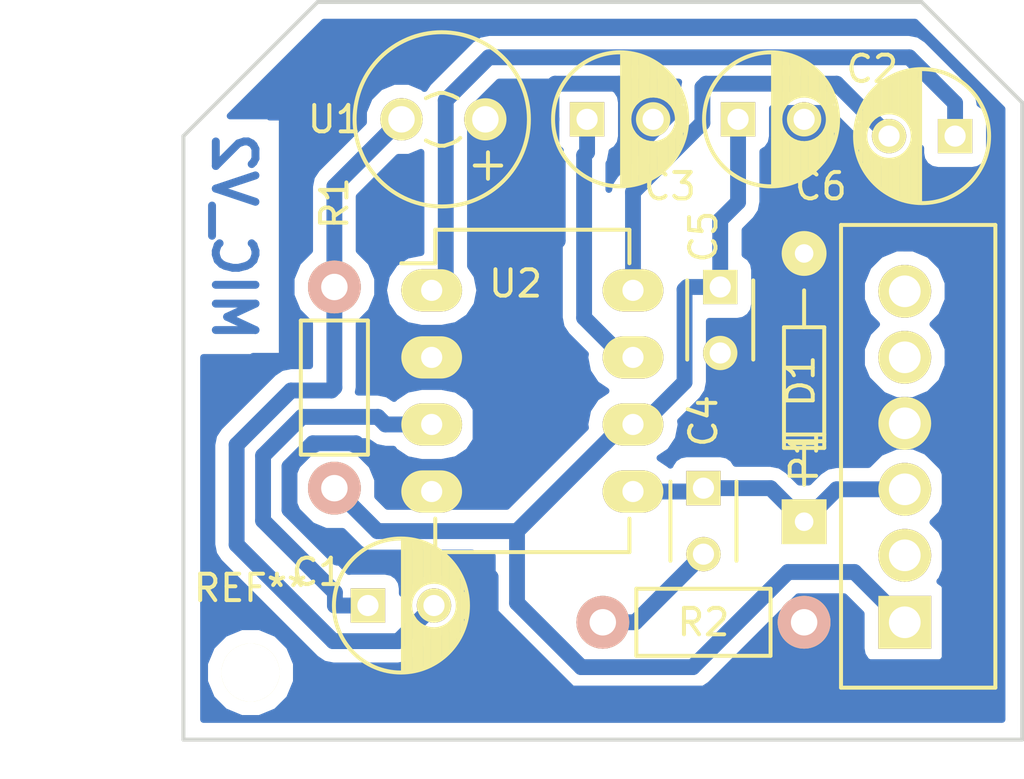
<source format=kicad_pcb>
(kicad_pcb (version 4) (host pcbnew 4.0.4+dfsg1-stable)

  (general
    (links 22)
    (no_connects 0)
    (area 121.687857 39.929999 160.730001 69.88)
    (thickness 1.6)
    (drawings 7)
    (tracks 103)
    (zones 0)
    (modules 13)
    (nets 13)
  )

  (page A4)
  (layers
    (0 F.Cu signal)
    (31 B.Cu signal)
    (32 B.Adhes user)
    (33 F.Adhes user)
    (34 B.Paste user)
    (35 F.Paste user)
    (36 B.SilkS user)
    (37 F.SilkS user)
    (38 B.Mask user)
    (39 F.Mask user)
    (40 Dwgs.User user)
    (41 Cmts.User user)
    (42 Eco1.User user)
    (43 Eco2.User user)
    (44 Edge.Cuts user)
    (45 Margin user)
    (46 B.CrtYd user)
    (47 F.CrtYd user)
    (48 B.Fab user)
    (49 F.Fab user)
  )

  (setup
    (last_trace_width 0.6)
    (trace_clearance 0.4)
    (zone_clearance 0.508)
    (zone_45_only yes)
    (trace_min 0.2)
    (segment_width 0.2)
    (edge_width 0.15)
    (via_size 0.6)
    (via_drill 0.4)
    (via_min_size 0.4)
    (via_min_drill 0.3)
    (uvia_size 0.3)
    (uvia_drill 0.1)
    (uvias_allowed no)
    (uvia_min_size 0.2)
    (uvia_min_drill 0.1)
    (pcb_text_width 0.3)
    (pcb_text_size 1.5 1.5)
    (mod_edge_width 0.15)
    (mod_text_size 1 1)
    (mod_text_width 0.15)
    (pad_size 1.524 1.524)
    (pad_drill 0.762)
    (pad_to_mask_clearance 0.2)
    (aux_axis_origin 0 0)
    (visible_elements FFFFFF7F)
    (pcbplotparams
      (layerselection 0x00030_80000001)
      (usegerberextensions false)
      (excludeedgelayer true)
      (linewidth 1.000000)
      (plotframeref false)
      (viasonmask false)
      (mode 1)
      (useauxorigin false)
      (hpglpennumber 1)
      (hpglpenspeed 20)
      (hpglpendiameter 15)
      (hpglpenoverlay 2)
      (psnegative false)
      (psa4output false)
      (plotreference true)
      (plotvalue true)
      (plotinvisibletext false)
      (padsonsilk false)
      (subtractmaskfromsilk false)
      (outputformat 1)
      (mirror false)
      (drillshape 1)
      (scaleselection 1)
      (outputdirectory ../print/))
  )

  (net 0 "")
  (net 1 "Net-(C1-Pad1)")
  (net 2 "Net-(C1-Pad2)")
  (net 3 "Net-(C2-Pad1)")
  (net 4 "Net-(C2-Pad2)")
  (net 5 "Net-(C3-Pad1)")
  (net 6 GND)
  (net 7 /ANALOG_IN)
  (net 8 "Net-(C4-Pad2)")
  (net 9 +5V)
  (net 10 "Net-(P1-Pad2)")
  (net 11 "Net-(P1-Pad5)")
  (net 12 "Net-(P1-Pad6)")

  (net_class Default "This is the default net class."
    (clearance 0.4)
    (trace_width 0.6)
    (via_dia 0.6)
    (via_drill 0.4)
    (uvia_dia 0.3)
    (uvia_drill 0.1)
    (add_net +5V)
    (add_net /ANALOG_IN)
    (add_net GND)
    (add_net "Net-(C1-Pad1)")
    (add_net "Net-(C1-Pad2)")
    (add_net "Net-(C2-Pad1)")
    (add_net "Net-(C2-Pad2)")
    (add_net "Net-(C3-Pad1)")
    (add_net "Net-(C4-Pad2)")
    (add_net "Net-(P1-Pad2)")
    (add_net "Net-(P1-Pad5)")
    (add_net "Net-(P1-Pad6)")
  )

  (module Capacitors_ThroughHole:C_Radial_D5_L6_P2.5 (layer F.Cu) (tedit 0) (tstamp 57E90F3C)
    (at 135.89 62.865)
    (descr "Radial Electrolytic Capacitor Diameter 5mm x Length 6mm, Pitch 2.5mm")
    (tags "Electrolytic Capacitor")
    (path /57E908C6)
    (fp_text reference C1 (at -1.905 -1.27) (layer F.SilkS)
      (effects (font (size 1 1) (thickness 0.15)))
    )
    (fp_text value 10u (at 1.27 -1.27) (layer F.Fab)
      (effects (font (size 1 1) (thickness 0.15)))
    )
    (fp_line (start 1.325 -2.499) (end 1.325 2.499) (layer F.SilkS) (width 0.15))
    (fp_line (start 1.465 -2.491) (end 1.465 2.491) (layer F.SilkS) (width 0.15))
    (fp_line (start 1.605 -2.475) (end 1.605 -0.095) (layer F.SilkS) (width 0.15))
    (fp_line (start 1.605 0.095) (end 1.605 2.475) (layer F.SilkS) (width 0.15))
    (fp_line (start 1.745 -2.451) (end 1.745 -0.49) (layer F.SilkS) (width 0.15))
    (fp_line (start 1.745 0.49) (end 1.745 2.451) (layer F.SilkS) (width 0.15))
    (fp_line (start 1.885 -2.418) (end 1.885 -0.657) (layer F.SilkS) (width 0.15))
    (fp_line (start 1.885 0.657) (end 1.885 2.418) (layer F.SilkS) (width 0.15))
    (fp_line (start 2.025 -2.377) (end 2.025 -0.764) (layer F.SilkS) (width 0.15))
    (fp_line (start 2.025 0.764) (end 2.025 2.377) (layer F.SilkS) (width 0.15))
    (fp_line (start 2.165 -2.327) (end 2.165 -0.835) (layer F.SilkS) (width 0.15))
    (fp_line (start 2.165 0.835) (end 2.165 2.327) (layer F.SilkS) (width 0.15))
    (fp_line (start 2.305 -2.266) (end 2.305 -0.879) (layer F.SilkS) (width 0.15))
    (fp_line (start 2.305 0.879) (end 2.305 2.266) (layer F.SilkS) (width 0.15))
    (fp_line (start 2.445 -2.196) (end 2.445 -0.898) (layer F.SilkS) (width 0.15))
    (fp_line (start 2.445 0.898) (end 2.445 2.196) (layer F.SilkS) (width 0.15))
    (fp_line (start 2.585 -2.114) (end 2.585 -0.896) (layer F.SilkS) (width 0.15))
    (fp_line (start 2.585 0.896) (end 2.585 2.114) (layer F.SilkS) (width 0.15))
    (fp_line (start 2.725 -2.019) (end 2.725 -0.871) (layer F.SilkS) (width 0.15))
    (fp_line (start 2.725 0.871) (end 2.725 2.019) (layer F.SilkS) (width 0.15))
    (fp_line (start 2.865 -1.908) (end 2.865 -0.823) (layer F.SilkS) (width 0.15))
    (fp_line (start 2.865 0.823) (end 2.865 1.908) (layer F.SilkS) (width 0.15))
    (fp_line (start 3.005 -1.78) (end 3.005 -0.745) (layer F.SilkS) (width 0.15))
    (fp_line (start 3.005 0.745) (end 3.005 1.78) (layer F.SilkS) (width 0.15))
    (fp_line (start 3.145 -1.631) (end 3.145 -0.628) (layer F.SilkS) (width 0.15))
    (fp_line (start 3.145 0.628) (end 3.145 1.631) (layer F.SilkS) (width 0.15))
    (fp_line (start 3.285 -1.452) (end 3.285 -0.44) (layer F.SilkS) (width 0.15))
    (fp_line (start 3.285 0.44) (end 3.285 1.452) (layer F.SilkS) (width 0.15))
    (fp_line (start 3.425 -1.233) (end 3.425 1.233) (layer F.SilkS) (width 0.15))
    (fp_line (start 3.565 -0.944) (end 3.565 0.944) (layer F.SilkS) (width 0.15))
    (fp_line (start 3.705 -0.472) (end 3.705 0.472) (layer F.SilkS) (width 0.15))
    (fp_circle (center 2.5 0) (end 2.5 -0.9) (layer F.SilkS) (width 0.15))
    (fp_circle (center 1.25 0) (end 1.25 -2.5375) (layer F.SilkS) (width 0.15))
    (fp_circle (center 1.25 0) (end 1.25 -2.8) (layer F.CrtYd) (width 0.05))
    (pad 1 thru_hole rect (at 0 0) (size 1.3 1.3) (drill 0.8) (layers *.Cu *.Mask F.SilkS)
      (net 1 "Net-(C1-Pad1)"))
    (pad 2 thru_hole circle (at 2.5 0) (size 1.3 1.3) (drill 0.8) (layers *.Cu *.Mask F.SilkS)
      (net 2 "Net-(C1-Pad2)"))
    (model Capacitors_ThroughHole.3dshapes/C_Radial_D5_L6_P2.5.wrl
      (at (xyz 0.0492126 0 0))
      (scale (xyz 1 1 1))
      (rotate (xyz 0 0 90))
    )
  )

  (module Capacitors_ThroughHole:C_Radial_D5_L6_P2.5 (layer F.Cu) (tedit 0) (tstamp 57E90F64)
    (at 158.115 45.085 180)
    (descr "Radial Electrolytic Capacitor Diameter 5mm x Length 6mm, Pitch 2.5mm")
    (tags "Electrolytic Capacitor")
    (path /57E908CC)
    (fp_text reference C2 (at 3.135 2.54 180) (layer F.SilkS)
      (effects (font (size 1 1) (thickness 0.15)))
    )
    (fp_text value 10u (at 1.865 1.27 180) (layer F.Fab)
      (effects (font (size 1 1) (thickness 0.15)))
    )
    (fp_line (start 1.325 -2.499) (end 1.325 2.499) (layer F.SilkS) (width 0.15))
    (fp_line (start 1.465 -2.491) (end 1.465 2.491) (layer F.SilkS) (width 0.15))
    (fp_line (start 1.605 -2.475) (end 1.605 -0.095) (layer F.SilkS) (width 0.15))
    (fp_line (start 1.605 0.095) (end 1.605 2.475) (layer F.SilkS) (width 0.15))
    (fp_line (start 1.745 -2.451) (end 1.745 -0.49) (layer F.SilkS) (width 0.15))
    (fp_line (start 1.745 0.49) (end 1.745 2.451) (layer F.SilkS) (width 0.15))
    (fp_line (start 1.885 -2.418) (end 1.885 -0.657) (layer F.SilkS) (width 0.15))
    (fp_line (start 1.885 0.657) (end 1.885 2.418) (layer F.SilkS) (width 0.15))
    (fp_line (start 2.025 -2.377) (end 2.025 -0.764) (layer F.SilkS) (width 0.15))
    (fp_line (start 2.025 0.764) (end 2.025 2.377) (layer F.SilkS) (width 0.15))
    (fp_line (start 2.165 -2.327) (end 2.165 -0.835) (layer F.SilkS) (width 0.15))
    (fp_line (start 2.165 0.835) (end 2.165 2.327) (layer F.SilkS) (width 0.15))
    (fp_line (start 2.305 -2.266) (end 2.305 -0.879) (layer F.SilkS) (width 0.15))
    (fp_line (start 2.305 0.879) (end 2.305 2.266) (layer F.SilkS) (width 0.15))
    (fp_line (start 2.445 -2.196) (end 2.445 -0.898) (layer F.SilkS) (width 0.15))
    (fp_line (start 2.445 0.898) (end 2.445 2.196) (layer F.SilkS) (width 0.15))
    (fp_line (start 2.585 -2.114) (end 2.585 -0.896) (layer F.SilkS) (width 0.15))
    (fp_line (start 2.585 0.896) (end 2.585 2.114) (layer F.SilkS) (width 0.15))
    (fp_line (start 2.725 -2.019) (end 2.725 -0.871) (layer F.SilkS) (width 0.15))
    (fp_line (start 2.725 0.871) (end 2.725 2.019) (layer F.SilkS) (width 0.15))
    (fp_line (start 2.865 -1.908) (end 2.865 -0.823) (layer F.SilkS) (width 0.15))
    (fp_line (start 2.865 0.823) (end 2.865 1.908) (layer F.SilkS) (width 0.15))
    (fp_line (start 3.005 -1.78) (end 3.005 -0.745) (layer F.SilkS) (width 0.15))
    (fp_line (start 3.005 0.745) (end 3.005 1.78) (layer F.SilkS) (width 0.15))
    (fp_line (start 3.145 -1.631) (end 3.145 -0.628) (layer F.SilkS) (width 0.15))
    (fp_line (start 3.145 0.628) (end 3.145 1.631) (layer F.SilkS) (width 0.15))
    (fp_line (start 3.285 -1.452) (end 3.285 -0.44) (layer F.SilkS) (width 0.15))
    (fp_line (start 3.285 0.44) (end 3.285 1.452) (layer F.SilkS) (width 0.15))
    (fp_line (start 3.425 -1.233) (end 3.425 1.233) (layer F.SilkS) (width 0.15))
    (fp_line (start 3.565 -0.944) (end 3.565 0.944) (layer F.SilkS) (width 0.15))
    (fp_line (start 3.705 -0.472) (end 3.705 0.472) (layer F.SilkS) (width 0.15))
    (fp_circle (center 2.5 0) (end 2.5 -0.9) (layer F.SilkS) (width 0.15))
    (fp_circle (center 1.25 0) (end 1.25 -2.5375) (layer F.SilkS) (width 0.15))
    (fp_circle (center 1.25 0) (end 1.25 -2.8) (layer F.CrtYd) (width 0.05))
    (pad 1 thru_hole rect (at 0 0 180) (size 1.3 1.3) (drill 0.8) (layers *.Cu *.Mask F.SilkS)
      (net 3 "Net-(C2-Pad1)"))
    (pad 2 thru_hole circle (at 2.5 0 180) (size 1.3 1.3) (drill 0.8) (layers *.Cu *.Mask F.SilkS)
      (net 4 "Net-(C2-Pad2)"))
    (model Capacitors_ThroughHole.3dshapes/C_Radial_D5_L6_P2.5.wrl
      (at (xyz 0.0492126 0 0))
      (scale (xyz 1 1 1))
      (rotate (xyz 0 0 90))
    )
  )

  (module Capacitors_ThroughHole:C_Radial_D5_L6_P2.5 (layer F.Cu) (tedit 0) (tstamp 57E90F8C)
    (at 144.185 44.45)
    (descr "Radial Electrolytic Capacitor Diameter 5mm x Length 6mm, Pitch 2.5mm")
    (tags "Electrolytic Capacitor")
    (path /57E908CB)
    (fp_text reference C3 (at 3.135 2.54) (layer F.SilkS)
      (effects (font (size 1 1) (thickness 0.15)))
    )
    (fp_text value 10u (at 1.23 1.27) (layer F.Fab)
      (effects (font (size 1 1) (thickness 0.15)))
    )
    (fp_line (start 1.325 -2.499) (end 1.325 2.499) (layer F.SilkS) (width 0.15))
    (fp_line (start 1.465 -2.491) (end 1.465 2.491) (layer F.SilkS) (width 0.15))
    (fp_line (start 1.605 -2.475) (end 1.605 -0.095) (layer F.SilkS) (width 0.15))
    (fp_line (start 1.605 0.095) (end 1.605 2.475) (layer F.SilkS) (width 0.15))
    (fp_line (start 1.745 -2.451) (end 1.745 -0.49) (layer F.SilkS) (width 0.15))
    (fp_line (start 1.745 0.49) (end 1.745 2.451) (layer F.SilkS) (width 0.15))
    (fp_line (start 1.885 -2.418) (end 1.885 -0.657) (layer F.SilkS) (width 0.15))
    (fp_line (start 1.885 0.657) (end 1.885 2.418) (layer F.SilkS) (width 0.15))
    (fp_line (start 2.025 -2.377) (end 2.025 -0.764) (layer F.SilkS) (width 0.15))
    (fp_line (start 2.025 0.764) (end 2.025 2.377) (layer F.SilkS) (width 0.15))
    (fp_line (start 2.165 -2.327) (end 2.165 -0.835) (layer F.SilkS) (width 0.15))
    (fp_line (start 2.165 0.835) (end 2.165 2.327) (layer F.SilkS) (width 0.15))
    (fp_line (start 2.305 -2.266) (end 2.305 -0.879) (layer F.SilkS) (width 0.15))
    (fp_line (start 2.305 0.879) (end 2.305 2.266) (layer F.SilkS) (width 0.15))
    (fp_line (start 2.445 -2.196) (end 2.445 -0.898) (layer F.SilkS) (width 0.15))
    (fp_line (start 2.445 0.898) (end 2.445 2.196) (layer F.SilkS) (width 0.15))
    (fp_line (start 2.585 -2.114) (end 2.585 -0.896) (layer F.SilkS) (width 0.15))
    (fp_line (start 2.585 0.896) (end 2.585 2.114) (layer F.SilkS) (width 0.15))
    (fp_line (start 2.725 -2.019) (end 2.725 -0.871) (layer F.SilkS) (width 0.15))
    (fp_line (start 2.725 0.871) (end 2.725 2.019) (layer F.SilkS) (width 0.15))
    (fp_line (start 2.865 -1.908) (end 2.865 -0.823) (layer F.SilkS) (width 0.15))
    (fp_line (start 2.865 0.823) (end 2.865 1.908) (layer F.SilkS) (width 0.15))
    (fp_line (start 3.005 -1.78) (end 3.005 -0.745) (layer F.SilkS) (width 0.15))
    (fp_line (start 3.005 0.745) (end 3.005 1.78) (layer F.SilkS) (width 0.15))
    (fp_line (start 3.145 -1.631) (end 3.145 -0.628) (layer F.SilkS) (width 0.15))
    (fp_line (start 3.145 0.628) (end 3.145 1.631) (layer F.SilkS) (width 0.15))
    (fp_line (start 3.285 -1.452) (end 3.285 -0.44) (layer F.SilkS) (width 0.15))
    (fp_line (start 3.285 0.44) (end 3.285 1.452) (layer F.SilkS) (width 0.15))
    (fp_line (start 3.425 -1.233) (end 3.425 1.233) (layer F.SilkS) (width 0.15))
    (fp_line (start 3.565 -0.944) (end 3.565 0.944) (layer F.SilkS) (width 0.15))
    (fp_line (start 3.705 -0.472) (end 3.705 0.472) (layer F.SilkS) (width 0.15))
    (fp_circle (center 2.5 0) (end 2.5 -0.9) (layer F.SilkS) (width 0.15))
    (fp_circle (center 1.25 0) (end 1.25 -2.5375) (layer F.SilkS) (width 0.15))
    (fp_circle (center 1.25 0) (end 1.25 -2.8) (layer F.CrtYd) (width 0.05))
    (pad 1 thru_hole rect (at 0 0) (size 1.3 1.3) (drill 0.8) (layers *.Cu *.Mask F.SilkS)
      (net 5 "Net-(C3-Pad1)"))
    (pad 2 thru_hole circle (at 2.5 0) (size 1.3 1.3) (drill 0.8) (layers *.Cu *.Mask F.SilkS)
      (net 6 GND))
    (model Capacitors_ThroughHole.3dshapes/C_Radial_D5_L6_P2.5.wrl
      (at (xyz 0.0492126 0 0))
      (scale (xyz 1 1 1))
      (rotate (xyz 0 0 90))
    )
  )

  (module Capacitors_ThroughHole:C_Disc_D3_P2.5 (layer F.Cu) (tedit 0) (tstamp 57E90F98)
    (at 148.59 58.42 270)
    (descr "Capacitor 3mm Disc, Pitch 2.5mm")
    (tags Capacitor)
    (path /57E908CD)
    (fp_text reference C4 (at -2.54 0 270) (layer F.SilkS)
      (effects (font (size 1 1) (thickness 0.15)))
    )
    (fp_text value 47n (at -10.16 -1.27 270) (layer F.Fab)
      (effects (font (size 1 1) (thickness 0.15)))
    )
    (fp_line (start -0.9 -1.5) (end 3.4 -1.5) (layer F.CrtYd) (width 0.05))
    (fp_line (start 3.4 -1.5) (end 3.4 1.5) (layer F.CrtYd) (width 0.05))
    (fp_line (start 3.4 1.5) (end -0.9 1.5) (layer F.CrtYd) (width 0.05))
    (fp_line (start -0.9 1.5) (end -0.9 -1.5) (layer F.CrtYd) (width 0.05))
    (fp_line (start -0.25 -1.25) (end 2.75 -1.25) (layer F.SilkS) (width 0.15))
    (fp_line (start 2.75 1.25) (end -0.25 1.25) (layer F.SilkS) (width 0.15))
    (pad 1 thru_hole rect (at 0 0 270) (size 1.3 1.3) (drill 0.8) (layers *.Cu *.Mask F.SilkS)
      (net 7 /ANALOG_IN))
    (pad 2 thru_hole circle (at 2.5 0 270) (size 1.3 1.3) (drill 0.8001) (layers *.Cu *.Mask F.SilkS)
      (net 8 "Net-(C4-Pad2)"))
    (model Capacitors_ThroughHole.3dshapes/C_Disc_D3_P2.5.wrl
      (at (xyz 0.0492126 0 0))
      (scale (xyz 1 1 1))
      (rotate (xyz 0 0 0))
    )
  )

  (module Capacitors_ThroughHole:C_Disc_D3_P2.5 (layer F.Cu) (tedit 0) (tstamp 57E90FA4)
    (at 149.225 50.8 270)
    (descr "Capacitor 3mm Disc, Pitch 2.5mm")
    (tags Capacitor)
    (path /57E908D2)
    (fp_text reference C5 (at -1.905 0.635 270) (layer F.SilkS)
      (effects (font (size 1 1) (thickness 0.15)))
    )
    (fp_text value 100n (at 5.08 0 270) (layer F.Fab)
      (effects (font (size 1 1) (thickness 0.15)))
    )
    (fp_line (start -0.9 -1.5) (end 3.4 -1.5) (layer F.CrtYd) (width 0.05))
    (fp_line (start 3.4 -1.5) (end 3.4 1.5) (layer F.CrtYd) (width 0.05))
    (fp_line (start 3.4 1.5) (end -0.9 1.5) (layer F.CrtYd) (width 0.05))
    (fp_line (start -0.9 1.5) (end -0.9 -1.5) (layer F.CrtYd) (width 0.05))
    (fp_line (start -0.25 -1.25) (end 2.75 -1.25) (layer F.SilkS) (width 0.15))
    (fp_line (start 2.75 1.25) (end -0.25 1.25) (layer F.SilkS) (width 0.15))
    (pad 1 thru_hole rect (at 0 0 270) (size 1.3 1.3) (drill 0.8) (layers *.Cu *.Mask F.SilkS)
      (net 9 +5V))
    (pad 2 thru_hole circle (at 2.5 0 270) (size 1.3 1.3) (drill 0.8001) (layers *.Cu *.Mask F.SilkS)
      (net 6 GND))
    (model Capacitors_ThroughHole.3dshapes/C_Disc_D3_P2.5.wrl
      (at (xyz 0.0492126 0 0))
      (scale (xyz 1 1 1))
      (rotate (xyz 0 0 0))
    )
  )

  (module Capacitors_ThroughHole:C_Radial_D5_L6_P2.5 (layer F.Cu) (tedit 0) (tstamp 57E90FCC)
    (at 149.9 44.45)
    (descr "Radial Electrolytic Capacitor Diameter 5mm x Length 6mm, Pitch 2.5mm")
    (tags "Electrolytic Capacitor")
    (path /57E908D3)
    (fp_text reference C6 (at 3.135 2.54) (layer F.SilkS)
      (effects (font (size 1 1) (thickness 0.15)))
    )
    (fp_text value 100u (at 1.23 1.27) (layer F.Fab)
      (effects (font (size 1 1) (thickness 0.15)))
    )
    (fp_line (start 1.325 -2.499) (end 1.325 2.499) (layer F.SilkS) (width 0.15))
    (fp_line (start 1.465 -2.491) (end 1.465 2.491) (layer F.SilkS) (width 0.15))
    (fp_line (start 1.605 -2.475) (end 1.605 -0.095) (layer F.SilkS) (width 0.15))
    (fp_line (start 1.605 0.095) (end 1.605 2.475) (layer F.SilkS) (width 0.15))
    (fp_line (start 1.745 -2.451) (end 1.745 -0.49) (layer F.SilkS) (width 0.15))
    (fp_line (start 1.745 0.49) (end 1.745 2.451) (layer F.SilkS) (width 0.15))
    (fp_line (start 1.885 -2.418) (end 1.885 -0.657) (layer F.SilkS) (width 0.15))
    (fp_line (start 1.885 0.657) (end 1.885 2.418) (layer F.SilkS) (width 0.15))
    (fp_line (start 2.025 -2.377) (end 2.025 -0.764) (layer F.SilkS) (width 0.15))
    (fp_line (start 2.025 0.764) (end 2.025 2.377) (layer F.SilkS) (width 0.15))
    (fp_line (start 2.165 -2.327) (end 2.165 -0.835) (layer F.SilkS) (width 0.15))
    (fp_line (start 2.165 0.835) (end 2.165 2.327) (layer F.SilkS) (width 0.15))
    (fp_line (start 2.305 -2.266) (end 2.305 -0.879) (layer F.SilkS) (width 0.15))
    (fp_line (start 2.305 0.879) (end 2.305 2.266) (layer F.SilkS) (width 0.15))
    (fp_line (start 2.445 -2.196) (end 2.445 -0.898) (layer F.SilkS) (width 0.15))
    (fp_line (start 2.445 0.898) (end 2.445 2.196) (layer F.SilkS) (width 0.15))
    (fp_line (start 2.585 -2.114) (end 2.585 -0.896) (layer F.SilkS) (width 0.15))
    (fp_line (start 2.585 0.896) (end 2.585 2.114) (layer F.SilkS) (width 0.15))
    (fp_line (start 2.725 -2.019) (end 2.725 -0.871) (layer F.SilkS) (width 0.15))
    (fp_line (start 2.725 0.871) (end 2.725 2.019) (layer F.SilkS) (width 0.15))
    (fp_line (start 2.865 -1.908) (end 2.865 -0.823) (layer F.SilkS) (width 0.15))
    (fp_line (start 2.865 0.823) (end 2.865 1.908) (layer F.SilkS) (width 0.15))
    (fp_line (start 3.005 -1.78) (end 3.005 -0.745) (layer F.SilkS) (width 0.15))
    (fp_line (start 3.005 0.745) (end 3.005 1.78) (layer F.SilkS) (width 0.15))
    (fp_line (start 3.145 -1.631) (end 3.145 -0.628) (layer F.SilkS) (width 0.15))
    (fp_line (start 3.145 0.628) (end 3.145 1.631) (layer F.SilkS) (width 0.15))
    (fp_line (start 3.285 -1.452) (end 3.285 -0.44) (layer F.SilkS) (width 0.15))
    (fp_line (start 3.285 0.44) (end 3.285 1.452) (layer F.SilkS) (width 0.15))
    (fp_line (start 3.425 -1.233) (end 3.425 1.233) (layer F.SilkS) (width 0.15))
    (fp_line (start 3.565 -0.944) (end 3.565 0.944) (layer F.SilkS) (width 0.15))
    (fp_line (start 3.705 -0.472) (end 3.705 0.472) (layer F.SilkS) (width 0.15))
    (fp_circle (center 2.5 0) (end 2.5 -0.9) (layer F.SilkS) (width 0.15))
    (fp_circle (center 1.25 0) (end 1.25 -2.5375) (layer F.SilkS) (width 0.15))
    (fp_circle (center 1.25 0) (end 1.25 -2.8) (layer F.CrtYd) (width 0.05))
    (pad 1 thru_hole rect (at 0 0) (size 1.3 1.3) (drill 0.8) (layers *.Cu *.Mask F.SilkS)
      (net 9 +5V))
    (pad 2 thru_hole circle (at 2.5 0) (size 1.3 1.3) (drill 0.8) (layers *.Cu *.Mask F.SilkS)
      (net 6 GND))
    (model Capacitors_ThroughHole.3dshapes/C_Radial_D5_L6_P2.5.wrl
      (at (xyz 0.0492126 0 0))
      (scale (xyz 1 1 1))
      (rotate (xyz 0 0 90))
    )
  )

  (module Diodes_ThroughHole:Diode_DO-35_SOD27_Horizontal_RM10 (layer F.Cu) (tedit 552FFC30) (tstamp 57E90FDB)
    (at 152.40254 59.69052 90)
    (descr "Diode, DO-35,  SOD27, Horizontal, RM 10mm")
    (tags "Diode, DO-35, SOD27, Horizontal, RM 10mm, 1N4148,")
    (path /57E92207)
    (fp_text reference D1 (at 5.33452 -0.12954 90) (layer F.SilkS)
      (effects (font (size 1 1) (thickness 0.15)))
    )
    (fp_text value "3V3 ZENER" (at 5.08052 -1.27254 90) (layer F.Fab)
      (effects (font (size 1 1) (thickness 0.15)))
    )
    (fp_line (start 7.36652 -0.00254) (end 8.76352 -0.00254) (layer F.SilkS) (width 0.15))
    (fp_line (start 2.92152 -0.00254) (end 1.39752 -0.00254) (layer F.SilkS) (width 0.15))
    (fp_line (start 3.30252 -0.76454) (end 3.30252 0.75946) (layer F.SilkS) (width 0.15))
    (fp_line (start 3.04852 -0.76454) (end 3.04852 0.75946) (layer F.SilkS) (width 0.15))
    (fp_line (start 2.79452 -0.00254) (end 2.79452 0.75946) (layer F.SilkS) (width 0.15))
    (fp_line (start 2.79452 0.75946) (end 7.36652 0.75946) (layer F.SilkS) (width 0.15))
    (fp_line (start 7.36652 0.75946) (end 7.36652 -0.76454) (layer F.SilkS) (width 0.15))
    (fp_line (start 7.36652 -0.76454) (end 2.79452 -0.76454) (layer F.SilkS) (width 0.15))
    (fp_line (start 2.79452 -0.76454) (end 2.79452 -0.00254) (layer F.SilkS) (width 0.15))
    (pad 2 thru_hole circle (at 10.16052 -0.00254 270) (size 1.69926 1.69926) (drill 0.70104) (layers *.Cu *.Mask F.SilkS)
      (net 6 GND))
    (pad 1 thru_hole rect (at 0.00052 -0.00254 270) (size 1.69926 1.69926) (drill 0.70104) (layers *.Cu *.Mask F.SilkS)
      (net 7 /ANALOG_IN))
    (model Diodes_ThroughHole.3dshapes/Diode_DO-35_SOD27_Horizontal_RM10.wrl
      (at (xyz 0.2 0 0))
      (scale (xyz 0.4 0.4 0.4))
      (rotate (xyz 0 0 180))
    )
  )

  (module Connect:Wafer_Vertical17.5x5.8x7RM2.5-6 (layer F.Cu) (tedit 556C2AA9) (tstamp 57E90FED)
    (at 156.21 63.5 90)
    (descr "Gold-Tek vertical wafer connector with 2.5mm pitch")
    (tags "wafer connector vertical")
    (path /57E422A1)
    (fp_text reference P1 (at 6.2865 -3.81 90) (layer F.SilkS)
      (effects (font (size 1 1) (thickness 0.15)))
    )
    (fp_text value CONN_01X06 (at 6.2665 2.286 90) (layer F.Fab)
      (effects (font (size 1 1) (thickness 0.15)))
    )
    (fp_line (start -2.75 -2.75) (end 15.2 -2.75) (layer F.CrtYd) (width 0.05))
    (fp_line (start 15.2 -2.75) (end 15.2 3.8) (layer F.CrtYd) (width 0.05))
    (fp_line (start 15.2 3.8) (end -2.75 3.8) (layer F.CrtYd) (width 0.05))
    (fp_line (start -2.75 3.8) (end -2.75 -2.75) (layer F.CrtYd) (width 0.05))
    (fp_line (start 15.0495 3.429) (end -2.4765 3.429) (layer F.SilkS) (width 0.15))
    (fp_line (start -2.4765 -2.413) (end 15.0495 -2.413) (layer F.SilkS) (width 0.15))
    (fp_line (start 15.0495 -2.413) (end 15.0495 3.429) (layer F.SilkS) (width 0.15))
    (fp_line (start -2.4765 -2.413) (end -2.4765 3.429) (layer F.SilkS) (width 0.15))
    (pad 1 thru_hole rect (at 0 0 90) (size 2 2) (drill 1.2) (layers *.Cu *.Mask F.SilkS)
      (net 9 +5V))
    (pad 2 thru_hole circle (at 2.5365 0 90) (size 2 2) (drill 1.2) (layers *.Cu *.Mask F.SilkS)
      (net 10 "Net-(P1-Pad2)"))
    (pad 3 thru_hole circle (at 5.0365 0 90) (size 2 2) (drill 1.2) (layers *.Cu *.Mask F.SilkS)
      (net 7 /ANALOG_IN))
    (pad 4 thru_hole circle (at 7.5365 0 90) (size 2 2) (drill 1.2) (layers *.Cu *.Mask F.SilkS)
      (net 6 GND))
    (pad 5 thru_hole circle (at 10.0365 0 90) (size 2 2) (drill 1.2) (layers *.Cu *.Mask F.SilkS)
      (net 11 "Net-(P1-Pad5)"))
    (pad 6 thru_hole circle (at 12.5365 0 90) (size 2 2) (drill 1.2) (layers *.Cu *.Mask F.SilkS)
      (net 12 "Net-(P1-Pad6)"))
    (model Connect.3dshapes/Wafer_Vertical17.5x5.8x7RM2.5-6.wrl
      (at (xyz 0 0 0))
      (scale (xyz 4 4 4))
      (rotate (xyz 0 0 0))
    )
  )

  (module Resistors_ThroughHole:Resistor_Horizontal_RM7mm (layer F.Cu) (tedit 569FCF07) (tstamp 57E90FFB)
    (at 134.62 58.42 90)
    (descr "Resistor, Axial,  RM 7.62mm, 1/3W,")
    (tags "Resistor Axial RM 7.62mm 1/3W R3")
    (path /57E908C5)
    (fp_text reference R1 (at 10.795 0 90) (layer F.SilkS)
      (effects (font (size 1 1) (thickness 0.15)))
    )
    (fp_text value 10k (at 10.795 -1.27 90) (layer F.Fab)
      (effects (font (size 1 1) (thickness 0.15)))
    )
    (fp_line (start -1.25 -1.5) (end 8.85 -1.5) (layer F.CrtYd) (width 0.05))
    (fp_line (start -1.25 1.5) (end -1.25 -1.5) (layer F.CrtYd) (width 0.05))
    (fp_line (start 8.85 -1.5) (end 8.85 1.5) (layer F.CrtYd) (width 0.05))
    (fp_line (start -1.25 1.5) (end 8.85 1.5) (layer F.CrtYd) (width 0.05))
    (fp_line (start 1.27 -1.27) (end 6.35 -1.27) (layer F.SilkS) (width 0.15))
    (fp_line (start 6.35 -1.27) (end 6.35 1.27) (layer F.SilkS) (width 0.15))
    (fp_line (start 6.35 1.27) (end 1.27 1.27) (layer F.SilkS) (width 0.15))
    (fp_line (start 1.27 1.27) (end 1.27 -1.27) (layer F.SilkS) (width 0.15))
    (pad 1 thru_hole circle (at 0 0 90) (size 1.99898 1.99898) (drill 1.00076) (layers *.Cu *.SilkS *.Mask)
      (net 9 +5V))
    (pad 2 thru_hole circle (at 7.62 0 90) (size 1.99898 1.99898) (drill 1.00076) (layers *.Cu *.SilkS *.Mask)
      (net 2 "Net-(C1-Pad2)"))
  )

  (module Resistors_ThroughHole:Resistor_Horizontal_RM7mm (layer F.Cu) (tedit 569FCF07) (tstamp 57E91009)
    (at 144.78 63.5)
    (descr "Resistor, Axial,  RM 7.62mm, 1/3W,")
    (tags "Resistor Axial RM 7.62mm 1/3W R3")
    (path /57E908CE)
    (fp_text reference R2 (at 3.81 0) (layer F.SilkS)
      (effects (font (size 1 1) (thickness 0.15)))
    )
    (fp_text value 10R (at 3.81 2.54) (layer F.Fab)
      (effects (font (size 1 1) (thickness 0.15)))
    )
    (fp_line (start -1.25 -1.5) (end 8.85 -1.5) (layer F.CrtYd) (width 0.05))
    (fp_line (start -1.25 1.5) (end -1.25 -1.5) (layer F.CrtYd) (width 0.05))
    (fp_line (start 8.85 -1.5) (end 8.85 1.5) (layer F.CrtYd) (width 0.05))
    (fp_line (start -1.25 1.5) (end 8.85 1.5) (layer F.CrtYd) (width 0.05))
    (fp_line (start 1.27 -1.27) (end 6.35 -1.27) (layer F.SilkS) (width 0.15))
    (fp_line (start 6.35 -1.27) (end 6.35 1.27) (layer F.SilkS) (width 0.15))
    (fp_line (start 6.35 1.27) (end 1.27 1.27) (layer F.SilkS) (width 0.15))
    (fp_line (start 1.27 1.27) (end 1.27 -1.27) (layer F.SilkS) (width 0.15))
    (pad 1 thru_hole circle (at 0 0) (size 1.99898 1.99898) (drill 1.00076) (layers *.Cu *.SilkS *.Mask)
      (net 8 "Net-(C4-Pad2)"))
    (pad 2 thru_hole circle (at 7.62 0) (size 1.99898 1.99898) (drill 1.00076) (layers *.Cu *.SilkS *.Mask)
      (net 6 GND))
  )

  (module Buzzers_Beepers:MagneticBuzzer_Kingstate_KCG0601 (layer F.Cu) (tedit 544E362D) (tstamp 57E9101D)
    (at 137.16 44.45)
    (descr "Buzzer, Elektromagnetic Beeper, Summer,")
    (tags "Kingstate, KCG0601,")
    (path /57E908C3)
    (fp_text reference U1 (at -2.54 0) (layer F.SilkS)
      (effects (font (size 1 1) (thickness 0.15)))
    )
    (fp_text value MIC_ELECTRET (at 1.27 -1.905) (layer F.Fab)
      (effects (font (size 1 1) (thickness 0.15)))
    )
    (fp_line (start 2.77368 1.75006) (end 3.77444 1.75006) (layer F.SilkS) (width 0.15))
    (fp_line (start 3.27406 1.24968) (end 3.27406 2.25044) (layer F.SilkS) (width 0.15))
    (fp_line (start 2.22504 0.70104) (end 2.12344 0.8001) (layer F.SilkS) (width 0.15))
    (fp_line (start 2.12344 0.8001) (end 1.92278 0.89916) (layer F.SilkS) (width 0.15))
    (fp_line (start 1.92278 0.89916) (end 1.62306 1.00076) (layer F.SilkS) (width 0.15))
    (fp_line (start 1.62306 1.00076) (end 1.42494 1.00076) (layer F.SilkS) (width 0.15))
    (fp_line (start 1.42494 1.00076) (end 1.12522 0.89916) (layer F.SilkS) (width 0.15))
    (fp_line (start 1.12522 0.89916) (end 0.92456 0.8001) (layer F.SilkS) (width 0.15))
    (fp_line (start 2.12344 -0.8001) (end 1.92278 -0.89916) (layer F.SilkS) (width 0.15))
    (fp_line (start 1.92278 -0.89916) (end 1.62306 -1.00076) (layer F.SilkS) (width 0.15))
    (fp_line (start 1.62306 -1.00076) (end 1.42494 -1.00076) (layer F.SilkS) (width 0.15))
    (fp_line (start 1.42494 -1.00076) (end 1.12522 -0.89916) (layer F.SilkS) (width 0.15))
    (fp_line (start 1.12522 -0.89916) (end 0.92456 -0.8001) (layer F.SilkS) (width 0.15))
    (fp_circle (center 1.524 0) (end 4.82346 0) (layer F.SilkS) (width 0.15))
    (pad 1 thru_hole circle (at 0 0) (size 1.6002 1.6002) (drill 1.00076) (layers *.Cu *.Mask F.SilkS)
      (net 2 "Net-(C1-Pad2)"))
    (pad 2 thru_hole circle (at 3.175 0) (size 1.6002 1.6002) (drill 1.00076) (layers *.Cu *.Mask F.SilkS)
      (net 6 GND))
    (model Buzzers_Beepers.3dshapes/MagneticBuzzer_Kingstate_KCG0601.wrl
      (at (xyz 0 0 0))
      (scale (xyz 1 1 1))
      (rotate (xyz 0 0 0))
    )
  )

  (module Housings_DIP:DIP-8_W7.62mm_LongPads (layer F.Cu) (tedit 54130A77) (tstamp 57E91034)
    (at 138.303 50.927)
    (descr "8-lead dip package, row spacing 7.62 mm (300 mils), longer pads")
    (tags "dil dip 2.54 300")
    (path /57E908C7)
    (fp_text reference U2 (at 3.175 -0.254) (layer F.SilkS)
      (effects (font (size 1 1) (thickness 0.15)))
    )
    (fp_text value LM386 (at 3.81 1.27) (layer F.Fab)
      (effects (font (size 1 1) (thickness 0.15)))
    )
    (fp_line (start -1.4 -2.45) (end -1.4 10.1) (layer F.CrtYd) (width 0.05))
    (fp_line (start 9 -2.45) (end 9 10.1) (layer F.CrtYd) (width 0.05))
    (fp_line (start -1.4 -2.45) (end 9 -2.45) (layer F.CrtYd) (width 0.05))
    (fp_line (start -1.4 10.1) (end 9 10.1) (layer F.CrtYd) (width 0.05))
    (fp_line (start 0.135 -2.295) (end 0.135 -1.025) (layer F.SilkS) (width 0.15))
    (fp_line (start 7.485 -2.295) (end 7.485 -1.025) (layer F.SilkS) (width 0.15))
    (fp_line (start 7.485 9.915) (end 7.485 8.645) (layer F.SilkS) (width 0.15))
    (fp_line (start 0.135 9.915) (end 0.135 8.645) (layer F.SilkS) (width 0.15))
    (fp_line (start 0.135 -2.295) (end 7.485 -2.295) (layer F.SilkS) (width 0.15))
    (fp_line (start 0.135 9.915) (end 7.485 9.915) (layer F.SilkS) (width 0.15))
    (fp_line (start 0.135 -1.025) (end -1.15 -1.025) (layer F.SilkS) (width 0.15))
    (pad 1 thru_hole oval (at 0 0) (size 2.3 1.6) (drill 0.8) (layers *.Cu *.Mask F.SilkS)
      (net 3 "Net-(C2-Pad1)"))
    (pad 2 thru_hole oval (at 0 2.54) (size 2.3 1.6) (drill 0.8) (layers *.Cu *.Mask F.SilkS)
      (net 6 GND))
    (pad 3 thru_hole oval (at 0 5.08) (size 2.3 1.6) (drill 0.8) (layers *.Cu *.Mask F.SilkS)
      (net 1 "Net-(C1-Pad1)"))
    (pad 4 thru_hole oval (at 0 7.62) (size 2.3 1.6) (drill 0.8) (layers *.Cu *.Mask F.SilkS)
      (net 6 GND))
    (pad 5 thru_hole oval (at 7.62 7.62) (size 2.3 1.6) (drill 0.8) (layers *.Cu *.Mask F.SilkS)
      (net 7 /ANALOG_IN))
    (pad 6 thru_hole oval (at 7.62 5.08) (size 2.3 1.6) (drill 0.8) (layers *.Cu *.Mask F.SilkS)
      (net 9 +5V))
    (pad 7 thru_hole oval (at 7.62 2.54) (size 2.3 1.6) (drill 0.8) (layers *.Cu *.Mask F.SilkS)
      (net 5 "Net-(C3-Pad1)"))
    (pad 8 thru_hole oval (at 7.62 0) (size 2.3 1.6) (drill 0.8) (layers *.Cu *.Mask F.SilkS)
      (net 4 "Net-(C2-Pad2)"))
    (model Housings_DIP.3dshapes/DIP-8_W7.62mm_LongPads.wrl
      (at (xyz 0 0 0))
      (scale (xyz 1 1 1))
      (rotate (xyz 0 0 0))
    )
  )

  (module Mounting_Holes:MountingHole_2.2mm_M2 (layer F.Cu) (tedit 56D1B4CB) (tstamp 57EECEBD)
    (at 131.445 65.405)
    (descr "Mounting Hole 2.2mm, no annular, M2")
    (tags "mounting hole 2.2mm no annular m2")
    (fp_text reference REF** (at 0 -3.2) (layer F.SilkS)
      (effects (font (size 1 1) (thickness 0.15)))
    )
    (fp_text value MountingHole_2.2mm_M2 (at 0 3.2) (layer F.Fab)
      (effects (font (size 1 1) (thickness 0.15)))
    )
    (fp_circle (center 0 0) (end 2.2 0) (layer Cmts.User) (width 0.15))
    (fp_circle (center 0 0) (end 2.45 0) (layer F.CrtYd) (width 0.05))
    (pad 1 np_thru_hole circle (at 0 0) (size 2.2 2.2) (drill 2.2) (layers *.Cu *.Mask F.SilkS))
  )

  (gr_line (start 128.905 67.945) (end 128.905 45.085) (layer Edge.Cuts) (width 0.15))
  (gr_line (start 160.655 67.945) (end 128.905 67.945) (layer Edge.Cuts) (width 0.15))
  (gr_line (start 160.655 43.815) (end 160.655 67.945) (layer Edge.Cuts) (width 0.15))
  (gr_line (start 156.845 40.005) (end 160.655 43.815) (layer Edge.Cuts) (width 0.15))
  (gr_line (start 133.985 40.005) (end 156.845 40.005) (layer Edge.Cuts) (width 0.15))
  (gr_line (start 128.905 45.085) (end 133.985 40.005) (layer Edge.Cuts) (width 0.15))
  (gr_text MIC_V2 (at 130.81 48.895 270) (layer B.Cu)
    (effects (font (size 1.5 1.5) (thickness 0.3)) (justify mirror))
  )

  (segment (start 134.64 62.865) (end 134.64 62.369475) (width 0.6) (layer B.Cu) (net 1))
  (segment (start 133.390027 55.720499) (end 136.266499 55.720499) (width 0.6) (layer B.Cu) (net 1))
  (segment (start 134.64 62.369475) (end 131.920499 59.649974) (width 0.6) (layer B.Cu) (net 1))
  (segment (start 131.920499 59.649974) (end 131.920499 57.190027) (width 0.6) (layer B.Cu) (net 1))
  (segment (start 131.920499 57.190027) (end 133.390027 55.720499) (width 0.6) (layer B.Cu) (net 1))
  (segment (start 136.266499 55.720499) (end 136.553 56.007) (width 0.6) (layer B.Cu) (net 1))
  (segment (start 135.89 62.865) (end 134.64 62.865) (width 0.6) (layer B.Cu) (net 1))
  (segment (start 136.553 56.007) (end 138.303 56.007) (width 0.6) (layer B.Cu) (net 1))
  (segment (start 134.62 50.8) (end 134.62 54.61) (width 0.6) (layer B.Cu) (net 2))
  (segment (start 134.62 54.61) (end 134.509511 54.720489) (width 0.6) (layer B.Cu) (net 2))
  (segment (start 134.509511 54.720489) (end 132.97581 54.720489) (width 0.6) (layer B.Cu) (net 2))
  (segment (start 134.575775 64.215001) (end 137.039999 64.215001) (width 0.6) (layer B.Cu) (net 2))
  (segment (start 132.97581 54.720489) (end 130.920489 56.77581) (width 0.6) (layer B.Cu) (net 2))
  (segment (start 130.920489 56.77581) (end 130.920489 60.559715) (width 0.6) (layer B.Cu) (net 2))
  (segment (start 130.920489 60.559715) (end 134.575775 64.215001) (width 0.6) (layer B.Cu) (net 2))
  (segment (start 137.039999 64.215001) (end 138.39 62.865) (width 0.6) (layer B.Cu) (net 2))
  (segment (start 134.62 50.8) (end 134.62 46.99) (width 0.6) (layer B.Cu) (net 2))
  (segment (start 134.62 46.99) (end 137.16 44.45) (width 0.6) (layer B.Cu) (net 2))
  (segment (start 138.303 50.927) (end 138.653 50.927) (width 0.6) (layer B.Cu) (net 3))
  (segment (start 138.653 50.927) (end 138.834899 50.745101) (width 0.6) (layer B.Cu) (net 3))
  (segment (start 140.464861 42.099989) (end 156.379989 42.099989) (width 0.6) (layer B.Cu) (net 3))
  (segment (start 138.834899 50.745101) (end 138.834899 43.729951) (width 0.6) (layer B.Cu) (net 3))
  (segment (start 138.834899 43.729951) (end 140.464861 42.099989) (width 0.6) (layer B.Cu) (net 3))
  (segment (start 156.379989 42.099989) (end 158.115 43.835) (width 0.6) (layer B.Cu) (net 3))
  (segment (start 158.115 43.835) (end 158.115 45.085) (width 0.6) (layer B.Cu) (net 3))
  (segment (start 145.923 50.927) (end 145.923 47.210002) (width 0.6) (layer B.Cu) (net 4))
  (segment (start 145.923 47.210002) (end 148.549999 44.583003) (width 0.6) (layer B.Cu) (net 4))
  (segment (start 148.689999 43.099999) (end 153.629999 43.099999) (width 0.6) (layer B.Cu) (net 4))
  (segment (start 148.549999 44.583003) (end 148.549999 43.239999) (width 0.6) (layer B.Cu) (net 4))
  (segment (start 148.549999 43.239999) (end 148.689999 43.099999) (width 0.6) (layer B.Cu) (net 4))
  (segment (start 153.629999 43.099999) (end 154.965001 44.435001) (width 0.6) (layer B.Cu) (net 4))
  (segment (start 154.965001 44.435001) (end 155.615 45.085) (width 0.6) (layer B.Cu) (net 4))
  (segment (start 144.185 44.45) (end 144.185 45.7) (width 0.6) (layer B.Cu) (net 5))
  (segment (start 144.185 45.7) (end 144.07299 45.81201) (width 0.6) (layer B.Cu) (net 5))
  (segment (start 144.07299 45.81201) (end 144.07299 51.96699) (width 0.6) (layer B.Cu) (net 5))
  (segment (start 144.07299 51.96699) (end 145.573 53.467) (width 0.6) (layer B.Cu) (net 5))
  (segment (start 145.573 53.467) (end 145.923 53.467) (width 0.6) (layer B.Cu) (net 5))
  (segment (start 138.303 58.547) (end 137.262248 58.547) (width 0.6) (layer B.Cu) (net 6))
  (segment (start 137.262248 58.547) (end 135.435757 56.720509) (width 0.6) (layer B.Cu) (net 6))
  (segment (start 135.435757 56.720509) (end 133.804243 56.720509) (width 0.6) (layer B.Cu) (net 6))
  (segment (start 133.804243 56.720509) (end 132.920509 57.604243) (width 0.6) (layer B.Cu) (net 6))
  (segment (start 132.920509 57.604243) (end 132.920509 59.235757) (width 0.6) (layer B.Cu) (net 6))
  (segment (start 132.920509 59.235757) (end 134.731772 61.04702) (width 0.6) (layer B.Cu) (net 6))
  (segment (start 149.700499 66.199501) (end 151.400511 64.499489) (width 0.6) (layer B.Cu) (net 6))
  (segment (start 134.731772 61.04702) (end 139.78702 61.04702) (width 0.6) (layer B.Cu) (net 6))
  (segment (start 139.78702 61.04702) (end 140.53298 61.79298) (width 0.6) (layer B.Cu) (net 6))
  (segment (start 140.53298 61.79298) (end 140.53298 63.182454) (width 0.6) (layer B.Cu) (net 6))
  (segment (start 140.53298 63.182454) (end 143.550026 66.199501) (width 0.6) (layer B.Cu) (net 6))
  (segment (start 143.550026 66.199501) (end 149.700499 66.199501) (width 0.6) (layer B.Cu) (net 6))
  (segment (start 151.400511 64.499489) (end 152.4 63.5) (width 0.6) (layer B.Cu) (net 6))
  (segment (start 152.4 63.5) (end 154.100001 65.200001) (width 0.6) (layer B.Cu) (net 6))
  (segment (start 154.100001 65.200001) (end 157.770001 65.200001) (width 0.6) (layer B.Cu) (net 6))
  (segment (start 157.910001 65.060001) (end 157.910001 57.663501) (width 0.6) (layer B.Cu) (net 6))
  (segment (start 157.770001 65.200001) (end 157.910001 65.060001) (width 0.6) (layer B.Cu) (net 6))
  (segment (start 157.209999 56.963499) (end 156.21 55.9635) (width 0.6) (layer B.Cu) (net 6))
  (segment (start 157.910001 57.663501) (end 157.209999 56.963499) (width 0.6) (layer B.Cu) (net 6))
  (segment (start 138.303 58.547) (end 138.653 58.547) (width 0.6) (layer B.Cu) (net 6))
  (segment (start 138.653 58.547) (end 140.15301 57.04699) (width 0.6) (layer B.Cu) (net 6))
  (segment (start 140.15301 57.04699) (end 140.15301 54.96701) (width 0.6) (layer B.Cu) (net 6))
  (segment (start 140.15301 54.96701) (end 138.653 53.467) (width 0.6) (layer B.Cu) (net 6))
  (segment (start 138.653 53.467) (end 138.303 53.467) (width 0.6) (layer B.Cu) (net 6))
  (segment (start 142.834999 43.239999) (end 142.834999 44.45) (width 0.6) (layer B.Cu) (net 6))
  (segment (start 142.834999 44.45) (end 142.834999 45.660001) (width 0.6) (layer B.Cu) (net 6))
  (segment (start 140.335 44.45) (end 142.834999 44.45) (width 0.6) (layer B.Cu) (net 6))
  (segment (start 143.07298 45.897982) (end 143.07298 49.04702) (width 0.6) (layer B.Cu) (net 6))
  (segment (start 143.07298 49.04702) (end 138.653 53.467) (width 0.6) (layer B.Cu) (net 6))
  (segment (start 146.685 44.45) (end 146.035001 43.800001) (width 0.6) (layer B.Cu) (net 6))
  (segment (start 146.035001 43.800001) (end 146.035001 43.739999) (width 0.6) (layer B.Cu) (net 6))
  (segment (start 146.035001 43.739999) (end 145.395001 43.099999) (width 0.6) (layer B.Cu) (net 6))
  (segment (start 142.974999 43.099999) (end 142.834999 43.239999) (width 0.6) (layer B.Cu) (net 6))
  (segment (start 145.395001 43.099999) (end 142.974999 43.099999) (width 0.6) (layer B.Cu) (net 6))
  (segment (start 142.834999 45.660001) (end 143.07298 45.897982) (width 0.6) (layer B.Cu) (net 6))
  (segment (start 149.225 53.3) (end 151.2535 53.3) (width 0.6) (layer B.Cu) (net 6))
  (segment (start 151.2535 53.3) (end 152.4 52.1535) (width 0.6) (layer B.Cu) (net 6))
  (segment (start 152.4 49.53) (end 152.4 44.45) (width 0.6) (layer B.Cu) (net 6))
  (segment (start 152.4 49.53) (end 152.4 52.1535) (width 0.6) (layer B.Cu) (net 6))
  (segment (start 152.4 52.1535) (end 156.21 55.9635) (width 0.6) (layer B.Cu) (net 6))
  (segment (start 156.21 58.4635) (end 153.6265 58.4635) (width 0.6) (layer B.Cu) (net 7))
  (segment (start 153.6265 58.4635) (end 152.4 59.69) (width 0.6) (layer B.Cu) (net 7))
  (segment (start 148.59 58.42) (end 151.13 58.42) (width 0.6) (layer B.Cu) (net 7))
  (segment (start 151.13 58.42) (end 152.4 59.69) (width 0.6) (layer B.Cu) (net 7))
  (segment (start 145.923 58.547) (end 148.463 58.547) (width 0.6) (layer B.Cu) (net 7))
  (segment (start 148.463 58.547) (end 148.59 58.42) (width 0.6) (layer B.Cu) (net 7))
  (segment (start 144.78 63.5) (end 146.01 63.5) (width 0.6) (layer B.Cu) (net 8))
  (segment (start 146.01 63.5) (end 148.59 60.92) (width 0.6) (layer B.Cu) (net 8))
  (segment (start 143.964243 65.199491) (end 148.185261 65.199491) (width 0.6) (layer B.Cu) (net 9))
  (segment (start 148.185261 65.199491) (end 151.789752 61.595) (width 0.6) (layer B.Cu) (net 9))
  (segment (start 151.789752 61.595) (end 154.305 61.595) (width 0.6) (layer B.Cu) (net 9))
  (segment (start 154.305 61.595) (end 156.21 63.5) (width 0.6) (layer B.Cu) (net 9))
  (segment (start 143.964243 65.199491) (end 141.53299 62.768238) (width 0.6) (layer B.Cu) (net 9))
  (segment (start 141.53299 62.768238) (end 141.53299 60.04701) (width 0.6) (layer B.Cu) (net 9))
  (segment (start 134.62 58.42) (end 136.24701 60.04701) (width 0.6) (layer B.Cu) (net 9))
  (segment (start 136.24701 60.04701) (end 141.53299 60.04701) (width 0.6) (layer B.Cu) (net 9))
  (segment (start 141.53299 60.04701) (end 145.573 56.007) (width 0.6) (layer B.Cu) (net 9))
  (segment (start 145.573 56.007) (end 145.923 56.007) (width 0.6) (layer B.Cu) (net 9))
  (segment (start 149.225 48.26) (end 149.9 47.585) (width 0.6) (layer B.Cu) (net 9))
  (segment (start 149.9 47.585) (end 149.9 44.45) (width 0.6) (layer B.Cu) (net 9))
  (segment (start 149.225 50.8) (end 149.225 48.26) (width 0.6) (layer B.Cu) (net 9))
  (segment (start 149.225 50.8) (end 147.975 50.8) (width 0.6) (layer B.Cu) (net 9))
  (segment (start 147.975 50.8) (end 147.874999 50.900001) (width 0.6) (layer B.Cu) (net 9))
  (segment (start 147.874999 50.900001) (end 147.874999 54.405001) (width 0.6) (layer B.Cu) (net 9))
  (segment (start 147.874999 54.405001) (end 146.273 56.007) (width 0.6) (layer B.Cu) (net 9))
  (segment (start 146.273 56.007) (end 145.923 56.007) (width 0.6) (layer B.Cu) (net 9))

  (zone (net 6) (net_name GND) (layer B.Cu) (tstamp 0) (hatch edge 0.508)
    (connect_pads yes (clearance 0.508))
    (min_thickness 0.254)
    (fill yes (arc_segments 16) (thermal_gap 0.508) (thermal_bridge_width 0.508))
    (polygon
      (pts
        (xy 129.54 67.31) (xy 160.02 67.31) (xy 160.02 43.815) (xy 156.845 40.64) (xy 133.985 40.64)
        (xy 129.54 45.085)
      )
    )
    (filled_polygon
      (pts
        (xy 159.893 44.057092) (xy 159.893 67.183) (xy 129.667 67.183) (xy 129.667 65.748599) (xy 129.709699 65.748599)
        (xy 129.973281 66.386515) (xy 130.460918 66.875004) (xy 131.098373 67.139699) (xy 131.788599 67.140301) (xy 132.426515 66.876719)
        (xy 132.915004 66.389082) (xy 133.179699 65.751627) (xy 133.180301 65.061401) (xy 132.916719 64.423485) (xy 132.429082 63.934996)
        (xy 131.791627 63.670301) (xy 131.101401 63.669699) (xy 130.463485 63.933281) (xy 129.974996 64.420918) (xy 129.710301 65.058373)
        (xy 129.709699 65.748599) (xy 129.667 65.748599) (xy 129.667 56.77581) (xy 129.985489 56.77581) (xy 129.985489 60.559715)
        (xy 130.056662 60.917524) (xy 130.259344 61.22086) (xy 133.91463 64.876146) (xy 134.217966 65.078828) (xy 134.575775 65.150001)
        (xy 137.039999 65.150001) (xy 137.397808 65.078828) (xy 137.701144 64.876146) (xy 138.427257 64.150033) (xy 138.644481 64.150223)
        (xy 139.116943 63.955005) (xy 139.478735 63.593845) (xy 139.674777 63.121724) (xy 139.675223 62.610519) (xy 139.480005 62.138057)
        (xy 139.118845 61.776265) (xy 138.646724 61.580223) (xy 138.135519 61.579777) (xy 137.663057 61.774995) (xy 137.301265 62.136155)
        (xy 137.18744 62.410276) (xy 137.18744 62.215) (xy 137.143162 61.979683) (xy 137.00409 61.763559) (xy 136.79189 61.618569)
        (xy 136.54 61.56756) (xy 135.24 61.56756) (xy 135.172985 61.58017) (xy 132.855499 59.262684) (xy 132.855499 57.577317)
        (xy 133.777317 56.655499) (xy 135.879209 56.655499) (xy 135.891855 56.668145) (xy 136.195191 56.870827) (xy 136.254556 56.882636)
        (xy 136.553 56.942001) (xy 136.553005 56.942) (xy 136.850079 56.942) (xy 136.903332 57.021698) (xy 137.368879 57.332767)
        (xy 137.91803 57.442) (xy 138.68797 57.442) (xy 139.237121 57.332767) (xy 139.702668 57.021698) (xy 140.013737 56.556151)
        (xy 140.12297 56.007) (xy 140.013737 55.457849) (xy 139.702668 54.992302) (xy 139.237121 54.681233) (xy 138.68797 54.572)
        (xy 137.91803 54.572) (xy 137.368879 54.681233) (xy 136.903332 54.992302) (xy 136.879862 55.027427) (xy 136.624308 54.856672)
        (xy 136.266499 54.785499) (xy 135.520091 54.785499) (xy 135.555 54.61) (xy 135.555 52.176135) (xy 136.004846 51.727073)
        (xy 136.254206 51.126547) (xy 136.254774 50.476306) (xy 136.006462 49.875345) (xy 135.555 49.423095) (xy 135.555 47.37729)
        (xy 137.047288 45.885002) (xy 137.444207 45.885348) (xy 137.899899 45.69706) (xy 137.899899 49.495606) (xy 137.368879 49.601233)
        (xy 136.903332 49.912302) (xy 136.592263 50.377849) (xy 136.48303 50.927) (xy 136.592263 51.476151) (xy 136.903332 51.941698)
        (xy 137.368879 52.252767) (xy 137.91803 52.362) (xy 138.68797 52.362) (xy 139.237121 52.252767) (xy 139.702668 51.941698)
        (xy 140.013737 51.476151) (xy 140.12297 50.927) (xy 140.013737 50.377849) (xy 139.769899 50.01292) (xy 139.769899 44.117241)
        (xy 140.852151 43.034989) (xy 147.655778 43.034989) (xy 147.614999 43.239999) (xy 147.614999 44.195713) (xy 145.261855 46.548857)
        (xy 145.059173 46.852193) (xy 145.00799 47.109506) (xy 145.00799 46.118926) (xy 145.048827 46.057809) (xy 145.12 45.7)
        (xy 145.12 45.671192) (xy 145.286441 45.56409) (xy 145.431431 45.35189) (xy 145.48244 45.1) (xy 145.48244 43.8)
        (xy 145.438162 43.564683) (xy 145.29909 43.348559) (xy 145.08689 43.203569) (xy 144.835 43.15256) (xy 143.535 43.15256)
        (xy 143.299683 43.196838) (xy 143.083559 43.33591) (xy 142.938569 43.54811) (xy 142.88756 43.8) (xy 142.88756 45.1)
        (xy 142.931838 45.335317) (xy 143.07091 45.551441) (xy 143.175593 45.622968) (xy 143.13799 45.81201) (xy 143.13799 51.96699)
        (xy 143.209163 52.324799) (xy 143.411845 52.628135) (xy 144.127532 53.343821) (xy 144.10303 53.467) (xy 144.212263 54.016151)
        (xy 144.523332 54.481698) (xy 144.905418 54.737) (xy 144.523332 54.992302) (xy 144.212263 55.457849) (xy 144.10303 56.007)
        (xy 144.127532 56.130178) (xy 141.1457 59.11201) (xy 136.6343 59.11201) (xy 136.254219 58.731929) (xy 136.254774 58.096306)
        (xy 136.006462 57.495345) (xy 135.547073 57.035154) (xy 134.946547 56.785794) (xy 134.296306 56.785226) (xy 133.695345 57.033538)
        (xy 133.235154 57.492927) (xy 132.985794 58.093453) (xy 132.985226 58.743694) (xy 133.233538 59.344655) (xy 133.692927 59.804846)
        (xy 134.293453 60.054206) (xy 134.932474 60.054764) (xy 135.585865 60.708155) (xy 135.889201 60.910837) (xy 135.922819 60.917524)
        (xy 136.24701 60.982011) (xy 136.247015 60.98201) (xy 140.59799 60.98201) (xy 140.59799 62.768238) (xy 140.669163 63.126047)
        (xy 140.871845 63.429383) (xy 143.303098 65.860636) (xy 143.606434 66.063318) (xy 143.964243 66.134491) (xy 148.185261 66.134491)
        (xy 148.54307 66.063318) (xy 148.846406 65.860636) (xy 152.177042 62.53) (xy 153.91771 62.53) (xy 154.56256 63.17485)
        (xy 154.56256 64.5) (xy 154.606838 64.735317) (xy 154.74591 64.951441) (xy 154.95811 65.096431) (xy 155.21 65.14744)
        (xy 157.21 65.14744) (xy 157.445317 65.103162) (xy 157.661441 64.96409) (xy 157.806431 64.75189) (xy 157.85744 64.5)
        (xy 157.85744 62.5) (xy 157.813162 62.264683) (xy 157.67409 62.048559) (xy 157.533521 61.952512) (xy 157.595278 61.890863)
        (xy 157.844716 61.290148) (xy 157.845284 60.639705) (xy 157.596894 60.038557) (xy 157.272241 59.713336) (xy 157.595278 59.390863)
        (xy 157.844716 58.790148) (xy 157.845284 58.139705) (xy 157.596894 57.538557) (xy 157.137363 57.078222) (xy 156.536648 56.828784)
        (xy 155.886205 56.828216) (xy 155.285057 57.076606) (xy 154.832372 57.5285) (xy 153.6265 57.5285) (xy 153.268691 57.599673)
        (xy 152.965355 57.802355) (xy 152.57478 58.19293) (xy 152.22522 58.19293) (xy 151.791145 57.758855) (xy 151.487809 57.556173)
        (xy 151.13 57.485) (xy 149.811192 57.485) (xy 149.70409 57.318559) (xy 149.49189 57.173569) (xy 149.24 57.12256)
        (xy 147.94 57.12256) (xy 147.704683 57.166838) (xy 147.488559 57.30591) (xy 147.343569 57.51811) (xy 147.336502 57.553006)
        (xy 147.322668 57.532302) (xy 146.940582 57.277) (xy 147.322668 57.021698) (xy 147.633737 56.556151) (xy 147.74297 56.007)
        (xy 147.718468 55.883822) (xy 148.536144 55.066146) (xy 148.738826 54.76281) (xy 148.809999 54.405001) (xy 148.809999 52.09744)
        (xy 149.875 52.09744) (xy 150.110317 52.053162) (xy 150.326441 51.91409) (xy 150.471431 51.70189) (xy 150.52244 51.45)
        (xy 150.52244 51.287295) (xy 154.574716 51.287295) (xy 154.823106 51.888443) (xy 155.147759 52.213664) (xy 154.824722 52.536137)
        (xy 154.575284 53.136852) (xy 154.574716 53.787295) (xy 154.823106 54.388443) (xy 155.282637 54.848778) (xy 155.883352 55.098216)
        (xy 156.533795 55.098784) (xy 157.134943 54.850394) (xy 157.595278 54.390863) (xy 157.844716 53.790148) (xy 157.845284 53.139705)
        (xy 157.596894 52.538557) (xy 157.272241 52.213336) (xy 157.595278 51.890863) (xy 157.844716 51.290148) (xy 157.845284 50.639705)
        (xy 157.596894 50.038557) (xy 157.137363 49.578222) (xy 156.536648 49.328784) (xy 155.886205 49.328216) (xy 155.285057 49.576606)
        (xy 154.824722 50.036137) (xy 154.575284 50.636852) (xy 154.574716 51.287295) (xy 150.52244 51.287295) (xy 150.52244 50.15)
        (xy 150.478162 49.914683) (xy 150.33909 49.698559) (xy 150.16 49.576192) (xy 150.16 48.64729) (xy 150.561145 48.246145)
        (xy 150.763827 47.942809) (xy 150.835 47.585) (xy 150.835 45.671192) (xy 151.001441 45.56409) (xy 151.146431 45.35189)
        (xy 151.19744 45.1) (xy 151.19744 44.034999) (xy 153.242709 44.034999) (xy 154.329967 45.122257) (xy 154.329777 45.339481)
        (xy 154.524995 45.811943) (xy 154.886155 46.173735) (xy 155.358276 46.369777) (xy 155.869481 46.370223) (xy 156.341943 46.175005)
        (xy 156.703735 45.813845) (xy 156.81756 45.539724) (xy 156.81756 45.735) (xy 156.861838 45.970317) (xy 157.00091 46.186441)
        (xy 157.21311 46.331431) (xy 157.465 46.38244) (xy 158.765 46.38244) (xy 159.000317 46.338162) (xy 159.216441 46.19909)
        (xy 159.361431 45.98689) (xy 159.41244 45.735) (xy 159.41244 44.435) (xy 159.368162 44.199683) (xy 159.22909 43.983559)
        (xy 159.05 43.861192) (xy 159.05 43.835) (xy 158.978827 43.477191) (xy 158.776145 43.173855) (xy 157.041134 41.438844)
        (xy 156.737798 41.236162) (xy 156.379989 41.164989) (xy 140.464861 41.164989) (xy 140.107052 41.236162) (xy 139.803716 41.438844)
        (xy 138.173754 43.068806) (xy 138.027495 43.287699) (xy 137.97398 43.234091) (xy 137.446711 43.01515) (xy 136.875793 43.014652)
        (xy 136.348143 43.232672) (xy 135.944091 43.63602) (xy 135.72515 44.163289) (xy 135.724801 44.562909) (xy 133.958855 46.328855)
        (xy 133.756173 46.632191) (xy 133.685 46.99) (xy 133.685 49.423865) (xy 133.235154 49.872927) (xy 132.985794 50.473453)
        (xy 132.985226 51.123694) (xy 133.233538 51.724655) (xy 133.685 52.176905) (xy 133.685 53.785489) (xy 132.97581 53.785489)
        (xy 132.618001 53.856662) (xy 132.314665 54.059344) (xy 130.259344 56.114665) (xy 130.056662 56.418001) (xy 129.985489 56.77581)
        (xy 129.667 56.77581) (xy 129.667 53.467) (xy 131.445 53.467) (xy 131.492789 53.457666) (xy 131.534803 53.429803)
        (xy 131.541749 53.422857) (xy 132.645 53.422857) (xy 132.645 44.367143) (xy 132.1747 44.367143) (xy 132.171035 44.361447)
        (xy 132.12941 44.333006) (xy 132.08 44.323) (xy 130.671092 44.323) (xy 134.227092 40.767) (xy 156.602908 40.767)
      )
    )
  )
  (zone (net 0) (net_name "") (layer B.Cu) (tstamp 0) (hatch edge 0.508)
    (connect_pads (clearance 0.508))
    (min_thickness 0.254)
    (keepout (tracks not_allowed) (vias not_allowed) (copperpour not_allowed))
    (fill (arc_segments 16) (thermal_gap 0.508) (thermal_bridge_width 0.508))
    (polygon
      (pts
        (xy 129.54 53.34) (xy 131.445 53.34) (xy 132.08 52.705) (xy 132.08 44.45) (xy 130.175 44.45)
        (xy 129.54 45.085)
      )
    )
  )
)

</source>
